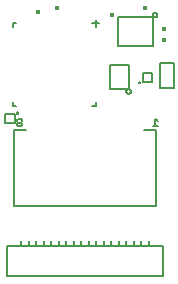
<source format=gbr>
G04 EAGLE Gerber RS-274X export*
G75*
%MOMM*%
%FSLAX34Y34*%
%LPD*%
%INSilkscreen Bottom*%
%IPPOS*%
%AMOC8*
5,1,8,0,0,1.08239X$1,22.5*%
G01*
%ADD10C,0.127000*%
%ADD11C,0.152400*%
%ADD12R,0.300000X0.300000*%


D10*
X24460Y2100D02*
X156540Y2100D01*
X156540Y27500D01*
X93675Y27500D01*
X87325Y27500D01*
X80975Y27500D01*
X74625Y27500D01*
X68275Y27500D01*
X61925Y27500D01*
X55575Y27500D01*
X49225Y27500D01*
X42875Y27500D01*
X36525Y27500D01*
X24460Y27500D01*
X24460Y2100D01*
X36525Y27500D02*
X36525Y31945D01*
X42875Y31945D02*
X42875Y27500D01*
X49225Y27500D02*
X49225Y31945D01*
X55575Y31945D02*
X55575Y27500D01*
X61925Y27500D02*
X61925Y31945D01*
X68275Y31945D02*
X68275Y27500D01*
X74625Y27500D02*
X74625Y31945D01*
X80975Y31945D02*
X80975Y27500D01*
X87325Y27500D02*
X87325Y31945D01*
X93675Y31945D02*
X93675Y27500D01*
X100025Y27500D02*
X100025Y31945D01*
X106375Y31945D02*
X106375Y27500D01*
X112725Y27500D02*
X112725Y31945D01*
X119075Y31945D02*
X119075Y27500D01*
X125425Y27500D02*
X125425Y31945D01*
X131775Y31945D02*
X131775Y27500D01*
X138125Y27500D02*
X138125Y31945D01*
X144475Y31945D02*
X144475Y27500D01*
X30500Y61500D02*
X30500Y126500D01*
X40500Y126500D01*
X140500Y126500D02*
X150500Y126500D01*
X150500Y61500D01*
X30500Y61500D01*
D11*
X150019Y135744D02*
X152222Y133540D01*
X150019Y135744D02*
X150019Y129134D01*
X152222Y129134D02*
X147816Y129134D01*
X37222Y134642D02*
X36121Y135744D01*
X33917Y135744D01*
X32816Y134642D01*
X32816Y133540D01*
X33917Y132439D01*
X32816Y131337D01*
X32816Y130236D01*
X33917Y129134D01*
X36121Y129134D01*
X37222Y130236D01*
X37222Y131337D01*
X36121Y132439D01*
X37222Y133540D01*
X37222Y134642D01*
X36121Y132439D02*
X33917Y132439D01*
D10*
X96500Y216500D02*
X99500Y216500D01*
X99500Y213500D01*
X29500Y213500D02*
X29500Y216500D01*
X32500Y216500D01*
X32500Y146500D02*
X29500Y146500D01*
X29500Y149500D01*
X99500Y149500D02*
X99500Y146500D01*
X96500Y146500D01*
X99500Y216500D02*
X102500Y216500D01*
X99500Y216500D02*
X99500Y219500D01*
D11*
X139436Y174564D02*
X147564Y174564D01*
X147564Y166436D01*
X139436Y166436D01*
X139436Y174564D01*
D10*
X137500Y166500D02*
X136500Y166500D01*
X136500Y165500D01*
X137500Y165500D01*
X137500Y166500D01*
D11*
X31064Y131936D02*
X22936Y131936D01*
X22936Y140064D01*
X31064Y140064D01*
X31064Y131936D01*
D10*
X33000Y140000D02*
X34000Y140000D01*
X34000Y141000D01*
X33000Y141000D01*
X33000Y140000D01*
X154412Y161832D02*
X154412Y183168D01*
X154412Y161832D02*
X165588Y161832D01*
X165588Y183168D01*
X154412Y183168D01*
D12*
X67000Y229500D03*
D10*
X111500Y161000D02*
X127500Y161000D01*
X111500Y161000D02*
X111500Y181000D01*
X127500Y181000D01*
X127500Y161000D01*
X125500Y159000D02*
X125502Y159089D01*
X125508Y159178D01*
X125518Y159267D01*
X125532Y159355D01*
X125549Y159442D01*
X125571Y159528D01*
X125597Y159614D01*
X125626Y159698D01*
X125659Y159781D01*
X125695Y159862D01*
X125736Y159942D01*
X125779Y160019D01*
X125826Y160095D01*
X125877Y160168D01*
X125930Y160239D01*
X125987Y160308D01*
X126047Y160374D01*
X126110Y160438D01*
X126175Y160498D01*
X126243Y160556D01*
X126314Y160610D01*
X126387Y160661D01*
X126462Y160709D01*
X126539Y160754D01*
X126618Y160795D01*
X126699Y160832D01*
X126781Y160866D01*
X126865Y160897D01*
X126950Y160923D01*
X127036Y160946D01*
X127123Y160964D01*
X127211Y160979D01*
X127300Y160990D01*
X127389Y160997D01*
X127478Y161000D01*
X127567Y160999D01*
X127656Y160994D01*
X127744Y160985D01*
X127833Y160972D01*
X127920Y160955D01*
X128007Y160935D01*
X128093Y160910D01*
X128177Y160882D01*
X128260Y160850D01*
X128342Y160814D01*
X128422Y160775D01*
X128500Y160732D01*
X128576Y160686D01*
X128650Y160636D01*
X128722Y160583D01*
X128791Y160527D01*
X128858Y160468D01*
X128922Y160406D01*
X128983Y160342D01*
X129042Y160274D01*
X129097Y160204D01*
X129149Y160132D01*
X129198Y160057D01*
X129243Y159981D01*
X129285Y159902D01*
X129323Y159822D01*
X129358Y159740D01*
X129389Y159656D01*
X129417Y159571D01*
X129440Y159485D01*
X129460Y159398D01*
X129476Y159311D01*
X129488Y159222D01*
X129496Y159134D01*
X129500Y159045D01*
X129500Y158955D01*
X129496Y158866D01*
X129488Y158778D01*
X129476Y158689D01*
X129460Y158602D01*
X129440Y158515D01*
X129417Y158429D01*
X129389Y158344D01*
X129358Y158260D01*
X129323Y158178D01*
X129285Y158098D01*
X129243Y158019D01*
X129198Y157943D01*
X129149Y157868D01*
X129097Y157796D01*
X129042Y157726D01*
X128983Y157658D01*
X128922Y157594D01*
X128858Y157532D01*
X128791Y157473D01*
X128722Y157417D01*
X128650Y157364D01*
X128576Y157314D01*
X128500Y157268D01*
X128422Y157225D01*
X128342Y157186D01*
X128260Y157150D01*
X128177Y157118D01*
X128093Y157090D01*
X128007Y157065D01*
X127920Y157045D01*
X127833Y157028D01*
X127744Y157015D01*
X127656Y157006D01*
X127567Y157001D01*
X127478Y157000D01*
X127389Y157003D01*
X127300Y157010D01*
X127211Y157021D01*
X127123Y157036D01*
X127036Y157054D01*
X126950Y157077D01*
X126865Y157103D01*
X126781Y157134D01*
X126699Y157168D01*
X126618Y157205D01*
X126539Y157246D01*
X126462Y157291D01*
X126387Y157339D01*
X126314Y157390D01*
X126243Y157444D01*
X126175Y157502D01*
X126110Y157562D01*
X126047Y157626D01*
X125987Y157692D01*
X125930Y157761D01*
X125877Y157832D01*
X125826Y157905D01*
X125779Y157981D01*
X125736Y158058D01*
X125695Y158138D01*
X125659Y158219D01*
X125626Y158302D01*
X125597Y158386D01*
X125571Y158472D01*
X125549Y158558D01*
X125532Y158645D01*
X125518Y158733D01*
X125508Y158822D01*
X125502Y158911D01*
X125500Y159000D01*
D11*
X118500Y222000D02*
X148500Y222000D01*
X118500Y222000D02*
X118500Y197000D01*
X148500Y197000D01*
X148500Y222000D01*
X148500Y225500D01*
X148500Y222000D02*
X151500Y222000D01*
X151500Y225500D01*
X148500Y225500D01*
D12*
X113000Y223500D03*
X141500Y229000D03*
X157000Y202000D03*
X157000Y211500D03*
X51000Y226000D03*
M02*

</source>
